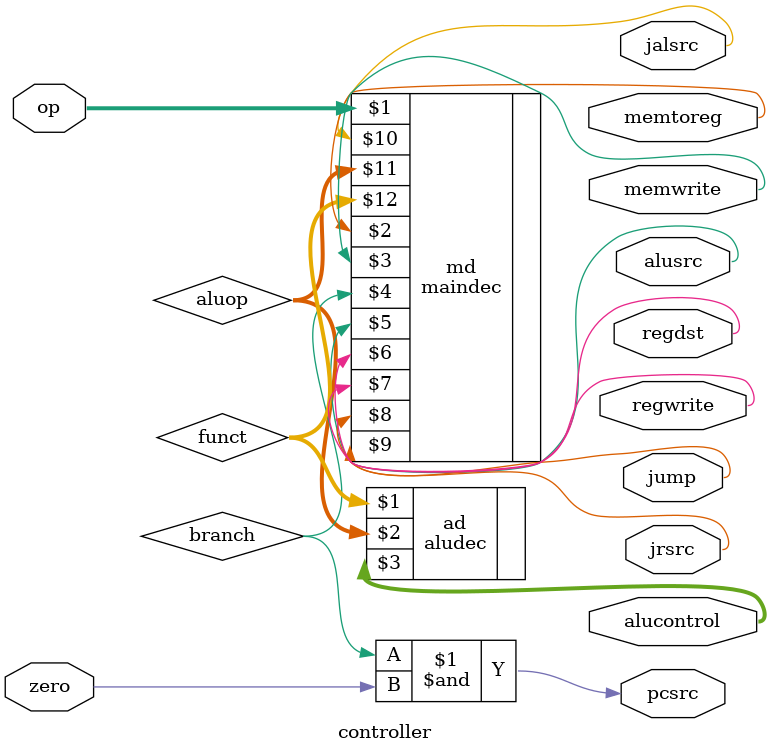
<source format=sv>
`ifndef CONTROLLER
`define CONTROLLER

`timescale 1ns/100ps

`include "../maindec/maindec.sv"
`include "../aludec/aludec.sv"

module controller
    #(parameter n = 32)(
    //
    // ---------------- PORT DEFINITIONS ----------------
    //
    input  logic [5:0] op,
    input  logic       zero,
    output logic       memtoreg, memwrite,
    output logic       pcsrc, alusrc,
    output logic       regdst, regwrite,
    output logic       jump, jrsrc, jalsrc,
    output logic [3:0] alucontrol
);
    //
    // ---------------- MODULE DESIGN IMPLEMENTATION ----------------
    //
    logic [1:0] aluop;
    logic [3:0] funct;
    logic       branch;
    
    // CPU main decoder
    maindec md(op, memtoreg, memwrite, branch, alusrc, regdst, regwrite, jump, jrsrc, jalsrc, aluop, funct);
    // CPU's ALU decoder
    aludec  ad(funct, aluop, alucontrol);

  assign pcsrc = branch & zero;

endmodule

`endif // CONTROLLER

</source>
